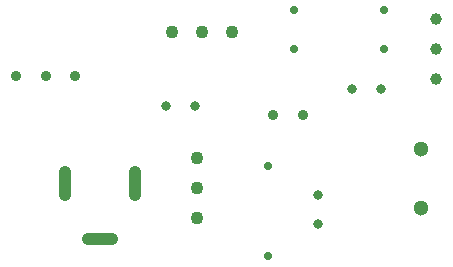
<source format=gbr>
%TF.GenerationSoftware,KiCad,Pcbnew,8.0.6*%
%TF.CreationDate,2024-12-14T14:56:37+02:00*%
%TF.ProjectId,Breadboard_Power_Supply,42726561-6462-46f6-9172-645f506f7765,rev?*%
%TF.SameCoordinates,Original*%
%TF.FileFunction,Plated,1,2,PTH,Mixed*%
%TF.FilePolarity,Positive*%
%FSLAX46Y46*%
G04 Gerber Fmt 4.6, Leading zero omitted, Abs format (unit mm)*
G04 Created by KiCad (PCBNEW 8.0.6) date 2024-12-14 14:56:37*
%MOMM*%
%LPD*%
G01*
G04 APERTURE LIST*
%TA.AperFunction,ComponentDrill*%
%ADD10C,0.700000*%
%TD*%
%TA.AperFunction,ComponentDrill*%
%ADD11C,0.800000*%
%TD*%
%TA.AperFunction,ComponentDrill*%
%ADD12C,0.900000*%
%TD*%
G04 aperture for slot hole*
%TA.AperFunction,ComponentDrill*%
%ADD13C,1.000000*%
%TD*%
%TA.AperFunction,ComponentDrill*%
%ADD14C,1.000000*%
%TD*%
%TA.AperFunction,ComponentDrill*%
%ADD15C,1.100000*%
%TD*%
%TA.AperFunction,ComponentDrill*%
%ADD16C,1.300000*%
%TD*%
G04 APERTURE END LIST*
D10*
%TO.C,R1*%
X61800000Y-51850000D03*
X61800000Y-59470000D03*
%TO.C,R3*%
X63940000Y-41900000D03*
%TO.C,R2*%
X63990000Y-38600000D03*
%TO.C,R3*%
X71560000Y-41900000D03*
%TO.C,R2*%
X71610000Y-38600000D03*
D11*
%TO.C,C1*%
X53100000Y-46700000D03*
X55600000Y-46700000D03*
%TO.C,C2*%
X66000000Y-54250000D03*
X66000000Y-56750000D03*
%TO.C,C3*%
X68850000Y-45250000D03*
X71350000Y-45250000D03*
D12*
%TO.C,S1*%
X40450000Y-44200000D03*
X42950000Y-44200000D03*
X45450000Y-44200000D03*
%TO.C,D1*%
X62235000Y-47500000D03*
X64775000Y-47500000D03*
D13*
%TO.C,J6*%
X44550000Y-54300000D02*
X44550000Y-52300000D01*
X48550000Y-58000000D02*
X46550000Y-58000000D01*
X50550000Y-54300000D02*
X50550000Y-52300000D01*
D14*
%TO.C,J3*%
X76025000Y-39350000D03*
X76025000Y-41890000D03*
X76025000Y-44430000D03*
D15*
%TO.C,U2*%
X53660000Y-40505000D03*
%TO.C,U1*%
X55750000Y-51150000D03*
X55750000Y-53690000D03*
X55750000Y-56230000D03*
%TO.C,U2*%
X56200000Y-40505000D03*
X58740000Y-40505000D03*
D16*
%TO.C,J5*%
X74705000Y-50400000D03*
X74705000Y-55400000D03*
M02*

</source>
